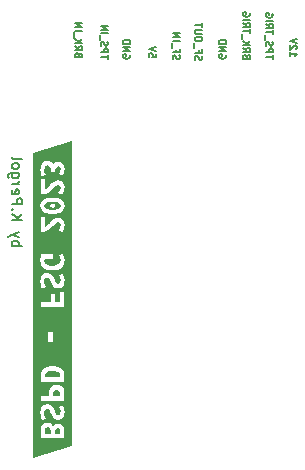
<source format=gbr>
%TF.GenerationSoftware,KiCad,Pcbnew,(6.0.8)*%
%TF.CreationDate,2023-06-01T04:28:43+02:00*%
%TF.ProjectId,BSPD-07,42535044-2d30-4372-9e6b-696361645f70,rev?*%
%TF.SameCoordinates,Original*%
%TF.FileFunction,Legend,Bot*%
%TF.FilePolarity,Positive*%
%FSLAX46Y46*%
G04 Gerber Fmt 4.6, Leading zero omitted, Abs format (unit mm)*
G04 Created by KiCad (PCBNEW (6.0.8)) date 2023-06-01 04:28:43*
%MOMM*%
%LPD*%
G01*
G04 APERTURE LIST*
%ADD10C,0.150000*%
G04 APERTURE END LIST*
D10*
X155107057Y-97305657D02*
X155078485Y-97219942D01*
X155049914Y-97191371D01*
X154992771Y-97162800D01*
X154907057Y-97162800D01*
X154849914Y-97191371D01*
X154821342Y-97219942D01*
X154792771Y-97277085D01*
X154792771Y-97505657D01*
X155392771Y-97505657D01*
X155392771Y-97305657D01*
X155364200Y-97248514D01*
X155335628Y-97219942D01*
X155278485Y-97191371D01*
X155221342Y-97191371D01*
X155164200Y-97219942D01*
X155135628Y-97248514D01*
X155107057Y-97305657D01*
X155107057Y-97505657D01*
X154792771Y-96562800D02*
X155078485Y-96762800D01*
X154792771Y-96905657D02*
X155392771Y-96905657D01*
X155392771Y-96677085D01*
X155364200Y-96619942D01*
X155335628Y-96591371D01*
X155278485Y-96562800D01*
X155192771Y-96562800D01*
X155135628Y-96591371D01*
X155107057Y-96619942D01*
X155078485Y-96677085D01*
X155078485Y-96905657D01*
X154792771Y-96305657D02*
X155392771Y-96305657D01*
X154792771Y-95962800D02*
X155135628Y-96219942D01*
X155392771Y-95962800D02*
X155049914Y-96305657D01*
X154735628Y-95848514D02*
X154735628Y-95391371D01*
X154792771Y-95248514D02*
X155392771Y-95248514D01*
X154792771Y-94962800D02*
X155392771Y-94962800D01*
X154792771Y-94619942D01*
X155392771Y-94619942D01*
X169331057Y-97438942D02*
X169302485Y-97353228D01*
X169273914Y-97324657D01*
X169216771Y-97296085D01*
X169131057Y-97296085D01*
X169073914Y-97324657D01*
X169045342Y-97353228D01*
X169016771Y-97410371D01*
X169016771Y-97638942D01*
X169616771Y-97638942D01*
X169616771Y-97438942D01*
X169588200Y-97381800D01*
X169559628Y-97353228D01*
X169502485Y-97324657D01*
X169445342Y-97324657D01*
X169388200Y-97353228D01*
X169359628Y-97381800D01*
X169331057Y-97438942D01*
X169331057Y-97638942D01*
X169016771Y-96696085D02*
X169302485Y-96896085D01*
X169016771Y-97038942D02*
X169616771Y-97038942D01*
X169616771Y-96810371D01*
X169588200Y-96753228D01*
X169559628Y-96724657D01*
X169502485Y-96696085D01*
X169416771Y-96696085D01*
X169359628Y-96724657D01*
X169331057Y-96753228D01*
X169302485Y-96810371D01*
X169302485Y-97038942D01*
X169016771Y-96438942D02*
X169616771Y-96438942D01*
X169016771Y-96096085D02*
X169359628Y-96353228D01*
X169616771Y-96096085D02*
X169273914Y-96438942D01*
X168959628Y-95981800D02*
X168959628Y-95524657D01*
X169616771Y-95467514D02*
X169616771Y-95124657D01*
X169016771Y-95296085D02*
X169616771Y-95296085D01*
X169016771Y-94581800D02*
X169302485Y-94781800D01*
X169016771Y-94924657D02*
X169616771Y-94924657D01*
X169616771Y-94696085D01*
X169588200Y-94638942D01*
X169559628Y-94610371D01*
X169502485Y-94581800D01*
X169416771Y-94581800D01*
X169359628Y-94610371D01*
X169331057Y-94638942D01*
X169302485Y-94696085D01*
X169302485Y-94924657D01*
X169016771Y-94324657D02*
X169616771Y-94324657D01*
X169588200Y-93724657D02*
X169616771Y-93781800D01*
X169616771Y-93867514D01*
X169588200Y-93953228D01*
X169531057Y-94010371D01*
X169473914Y-94038942D01*
X169359628Y-94067514D01*
X169273914Y-94067514D01*
X169159628Y-94038942D01*
X169102485Y-94010371D01*
X169045342Y-93953228D01*
X169016771Y-93867514D01*
X169016771Y-93810371D01*
X169045342Y-93724657D01*
X169073914Y-93696085D01*
X169273914Y-93696085D01*
X169273914Y-93810371D01*
X149424657Y-113460542D02*
X150324657Y-113460542D01*
X149981800Y-113460542D02*
X150024657Y-113374828D01*
X150024657Y-113203400D01*
X149981800Y-113117685D01*
X149938942Y-113074828D01*
X149853228Y-113031971D01*
X149596085Y-113031971D01*
X149510371Y-113074828D01*
X149467514Y-113117685D01*
X149424657Y-113203400D01*
X149424657Y-113374828D01*
X149467514Y-113460542D01*
X150024657Y-112731971D02*
X149424657Y-112517685D01*
X150024657Y-112303400D02*
X149424657Y-112517685D01*
X149210371Y-112603400D01*
X149167514Y-112646257D01*
X149124657Y-112731971D01*
X149424657Y-111274828D02*
X150324657Y-111274828D01*
X149424657Y-110760542D02*
X149938942Y-111146257D01*
X150324657Y-110760542D02*
X149810371Y-111274828D01*
X149510371Y-110374828D02*
X149467514Y-110331971D01*
X149424657Y-110374828D01*
X149467514Y-110417685D01*
X149510371Y-110374828D01*
X149424657Y-110374828D01*
X149424657Y-109946257D02*
X150324657Y-109946257D01*
X150324657Y-109603400D01*
X150281800Y-109517685D01*
X150238942Y-109474828D01*
X150153228Y-109431971D01*
X150024657Y-109431971D01*
X149938942Y-109474828D01*
X149896085Y-109517685D01*
X149853228Y-109603400D01*
X149853228Y-109946257D01*
X149467514Y-108703400D02*
X149424657Y-108789114D01*
X149424657Y-108960542D01*
X149467514Y-109046257D01*
X149553228Y-109089114D01*
X149896085Y-109089114D01*
X149981800Y-109046257D01*
X150024657Y-108960542D01*
X150024657Y-108789114D01*
X149981800Y-108703400D01*
X149896085Y-108660542D01*
X149810371Y-108660542D01*
X149724657Y-109089114D01*
X149424657Y-108274828D02*
X150024657Y-108274828D01*
X149853228Y-108274828D02*
X149938942Y-108231971D01*
X149981800Y-108189114D01*
X150024657Y-108103400D01*
X150024657Y-108017685D01*
X150024657Y-107331971D02*
X149296085Y-107331971D01*
X149210371Y-107374828D01*
X149167514Y-107417685D01*
X149124657Y-107503400D01*
X149124657Y-107631971D01*
X149167514Y-107717685D01*
X149467514Y-107331971D02*
X149424657Y-107417685D01*
X149424657Y-107589114D01*
X149467514Y-107674828D01*
X149510371Y-107717685D01*
X149596085Y-107760542D01*
X149853228Y-107760542D01*
X149938942Y-107717685D01*
X149981800Y-107674828D01*
X150024657Y-107589114D01*
X150024657Y-107417685D01*
X149981800Y-107331971D01*
X149424657Y-106774828D02*
X149467514Y-106860542D01*
X149510371Y-106903400D01*
X149596085Y-106946257D01*
X149853228Y-106946257D01*
X149938942Y-106903400D01*
X149981800Y-106860542D01*
X150024657Y-106774828D01*
X150024657Y-106646257D01*
X149981800Y-106560542D01*
X149938942Y-106517685D01*
X149853228Y-106474828D01*
X149596085Y-106474828D01*
X149510371Y-106517685D01*
X149467514Y-106560542D01*
X149424657Y-106646257D01*
X149424657Y-106774828D01*
X149424657Y-105960542D02*
X149467514Y-106046257D01*
X149553228Y-106089114D01*
X150324657Y-106089114D01*
X172953771Y-97069228D02*
X172953771Y-97412085D01*
X172953771Y-97240657D02*
X173553771Y-97240657D01*
X173468057Y-97297800D01*
X173410914Y-97354942D01*
X173382342Y-97412085D01*
X173496628Y-96840657D02*
X173525200Y-96812085D01*
X173553771Y-96754942D01*
X173553771Y-96612085D01*
X173525200Y-96554942D01*
X173496628Y-96526371D01*
X173439485Y-96497800D01*
X173382342Y-96497800D01*
X173296628Y-96526371D01*
X172953771Y-96869228D01*
X172953771Y-96497800D01*
X173553771Y-96326371D02*
X172953771Y-96126371D01*
X173553771Y-95926371D01*
X157551771Y-97632657D02*
X157551771Y-97289800D01*
X156951771Y-97461228D02*
X157551771Y-97461228D01*
X156951771Y-97089800D02*
X157551771Y-97089800D01*
X157551771Y-96861228D01*
X157523200Y-96804085D01*
X157494628Y-96775514D01*
X157437485Y-96746942D01*
X157351771Y-96746942D01*
X157294628Y-96775514D01*
X157266057Y-96804085D01*
X157237485Y-96861228D01*
X157237485Y-97089800D01*
X156980342Y-96518371D02*
X156951771Y-96432657D01*
X156951771Y-96289800D01*
X156980342Y-96232657D01*
X157008914Y-96204085D01*
X157066057Y-96175514D01*
X157123200Y-96175514D01*
X157180342Y-96204085D01*
X157208914Y-96232657D01*
X157237485Y-96289800D01*
X157266057Y-96404085D01*
X157294628Y-96461228D01*
X157323200Y-96489800D01*
X157380342Y-96518371D01*
X157437485Y-96518371D01*
X157494628Y-96489800D01*
X157523200Y-96461228D01*
X157551771Y-96404085D01*
X157551771Y-96261228D01*
X157523200Y-96175514D01*
X156894628Y-96061228D02*
X156894628Y-95604085D01*
X156951771Y-95461228D02*
X157551771Y-95461228D01*
X156951771Y-95175514D02*
X157551771Y-95175514D01*
X156951771Y-94832657D01*
X157551771Y-94832657D01*
X164981342Y-97704085D02*
X164952771Y-97618371D01*
X164952771Y-97475514D01*
X164981342Y-97418371D01*
X165009914Y-97389800D01*
X165067057Y-97361228D01*
X165124200Y-97361228D01*
X165181342Y-97389800D01*
X165209914Y-97418371D01*
X165238485Y-97475514D01*
X165267057Y-97589800D01*
X165295628Y-97646942D01*
X165324200Y-97675514D01*
X165381342Y-97704085D01*
X165438485Y-97704085D01*
X165495628Y-97675514D01*
X165524200Y-97646942D01*
X165552771Y-97589800D01*
X165552771Y-97446942D01*
X165524200Y-97361228D01*
X165267057Y-96904085D02*
X165267057Y-97104085D01*
X164952771Y-97104085D02*
X165552771Y-97104085D01*
X165552771Y-96818371D01*
X164895628Y-96732657D02*
X164895628Y-96275514D01*
X165552771Y-96018371D02*
X165552771Y-95904085D01*
X165524200Y-95846942D01*
X165467057Y-95789800D01*
X165352771Y-95761228D01*
X165152771Y-95761228D01*
X165038485Y-95789800D01*
X164981342Y-95846942D01*
X164952771Y-95904085D01*
X164952771Y-96018371D01*
X164981342Y-96075514D01*
X165038485Y-96132657D01*
X165152771Y-96161228D01*
X165352771Y-96161228D01*
X165467057Y-96132657D01*
X165524200Y-96075514D01*
X165552771Y-96018371D01*
X165552771Y-95504085D02*
X165067057Y-95504085D01*
X165009914Y-95475514D01*
X164981342Y-95446942D01*
X164952771Y-95389800D01*
X164952771Y-95275514D01*
X164981342Y-95218371D01*
X165009914Y-95189800D01*
X165067057Y-95161228D01*
X165552771Y-95161228D01*
X165552771Y-94961228D02*
X165552771Y-94618371D01*
X164952771Y-94789800D02*
X165552771Y-94789800D01*
X163076342Y-97685085D02*
X163047771Y-97599371D01*
X163047771Y-97456514D01*
X163076342Y-97399371D01*
X163104914Y-97370800D01*
X163162057Y-97342228D01*
X163219200Y-97342228D01*
X163276342Y-97370800D01*
X163304914Y-97399371D01*
X163333485Y-97456514D01*
X163362057Y-97570800D01*
X163390628Y-97627942D01*
X163419200Y-97656514D01*
X163476342Y-97685085D01*
X163533485Y-97685085D01*
X163590628Y-97656514D01*
X163619200Y-97627942D01*
X163647771Y-97570800D01*
X163647771Y-97427942D01*
X163619200Y-97342228D01*
X163362057Y-96885085D02*
X163362057Y-97085085D01*
X163047771Y-97085085D02*
X163647771Y-97085085D01*
X163647771Y-96799371D01*
X162990628Y-96713657D02*
X162990628Y-96256514D01*
X163047771Y-96113657D02*
X163647771Y-96113657D01*
X163047771Y-95827942D02*
X163647771Y-95827942D01*
X163047771Y-95485085D01*
X163647771Y-95485085D01*
X159428200Y-97281942D02*
X159456771Y-97339085D01*
X159456771Y-97424800D01*
X159428200Y-97510514D01*
X159371057Y-97567657D01*
X159313914Y-97596228D01*
X159199628Y-97624800D01*
X159113914Y-97624800D01*
X158999628Y-97596228D01*
X158942485Y-97567657D01*
X158885342Y-97510514D01*
X158856771Y-97424800D01*
X158856771Y-97367657D01*
X158885342Y-97281942D01*
X158913914Y-97253371D01*
X159113914Y-97253371D01*
X159113914Y-97367657D01*
X158856771Y-96996228D02*
X159456771Y-96996228D01*
X158856771Y-96653371D01*
X159456771Y-96653371D01*
X158856771Y-96367657D02*
X159456771Y-96367657D01*
X159456771Y-96224800D01*
X159428200Y-96139085D01*
X159371057Y-96081942D01*
X159313914Y-96053371D01*
X159199628Y-96024800D01*
X159113914Y-96024800D01*
X158999628Y-96053371D01*
X158942485Y-96081942D01*
X158885342Y-96139085D01*
X158856771Y-96224800D01*
X158856771Y-96367657D01*
X171521771Y-97638942D02*
X171521771Y-97296085D01*
X170921771Y-97467514D02*
X171521771Y-97467514D01*
X170921771Y-97096085D02*
X171521771Y-97096085D01*
X171521771Y-96867514D01*
X171493200Y-96810371D01*
X171464628Y-96781800D01*
X171407485Y-96753228D01*
X171321771Y-96753228D01*
X171264628Y-96781800D01*
X171236057Y-96810371D01*
X171207485Y-96867514D01*
X171207485Y-97096085D01*
X170950342Y-96524657D02*
X170921771Y-96438942D01*
X170921771Y-96296085D01*
X170950342Y-96238942D01*
X170978914Y-96210371D01*
X171036057Y-96181800D01*
X171093200Y-96181800D01*
X171150342Y-96210371D01*
X171178914Y-96238942D01*
X171207485Y-96296085D01*
X171236057Y-96410371D01*
X171264628Y-96467514D01*
X171293200Y-96496085D01*
X171350342Y-96524657D01*
X171407485Y-96524657D01*
X171464628Y-96496085D01*
X171493200Y-96467514D01*
X171521771Y-96410371D01*
X171521771Y-96267514D01*
X171493200Y-96181800D01*
X170864628Y-96067514D02*
X170864628Y-95610371D01*
X171521771Y-95553228D02*
X171521771Y-95210371D01*
X170921771Y-95381800D02*
X171521771Y-95381800D01*
X170921771Y-94667514D02*
X171207485Y-94867514D01*
X170921771Y-95010371D02*
X171521771Y-95010371D01*
X171521771Y-94781800D01*
X171493200Y-94724657D01*
X171464628Y-94696085D01*
X171407485Y-94667514D01*
X171321771Y-94667514D01*
X171264628Y-94696085D01*
X171236057Y-94724657D01*
X171207485Y-94781800D01*
X171207485Y-95010371D01*
X170921771Y-94410371D02*
X171521771Y-94410371D01*
X171493200Y-93810371D02*
X171521771Y-93867514D01*
X171521771Y-93953228D01*
X171493200Y-94038942D01*
X171436057Y-94096085D01*
X171378914Y-94124657D01*
X171264628Y-94153228D01*
X171178914Y-94153228D01*
X171064628Y-94124657D01*
X171007485Y-94096085D01*
X170950342Y-94038942D01*
X170921771Y-93953228D01*
X170921771Y-93896085D01*
X170950342Y-93810371D01*
X170978914Y-93781800D01*
X171178914Y-93781800D01*
X171178914Y-93896085D01*
X161615771Y-97193085D02*
X161615771Y-97478800D01*
X161330057Y-97507371D01*
X161358628Y-97478800D01*
X161387200Y-97421657D01*
X161387200Y-97278800D01*
X161358628Y-97221657D01*
X161330057Y-97193085D01*
X161272914Y-97164514D01*
X161130057Y-97164514D01*
X161072914Y-97193085D01*
X161044342Y-97221657D01*
X161015771Y-97278800D01*
X161015771Y-97421657D01*
X161044342Y-97478800D01*
X161072914Y-97507371D01*
X161615771Y-96993085D02*
X161015771Y-96793085D01*
X161615771Y-96593085D01*
X167556200Y-97281942D02*
X167584771Y-97339085D01*
X167584771Y-97424800D01*
X167556200Y-97510514D01*
X167499057Y-97567657D01*
X167441914Y-97596228D01*
X167327628Y-97624800D01*
X167241914Y-97624800D01*
X167127628Y-97596228D01*
X167070485Y-97567657D01*
X167013342Y-97510514D01*
X166984771Y-97424800D01*
X166984771Y-97367657D01*
X167013342Y-97281942D01*
X167041914Y-97253371D01*
X167241914Y-97253371D01*
X167241914Y-97367657D01*
X166984771Y-96996228D02*
X167584771Y-96996228D01*
X166984771Y-96653371D01*
X167584771Y-96653371D01*
X166984771Y-96367657D02*
X167584771Y-96367657D01*
X167584771Y-96224800D01*
X167556200Y-96139085D01*
X167499057Y-96081942D01*
X167441914Y-96053371D01*
X167327628Y-96024800D01*
X167241914Y-96024800D01*
X167127628Y-96053371D01*
X167070485Y-96081942D01*
X167013342Y-96139085D01*
X166984771Y-96224800D01*
X166984771Y-96367657D01*
%TO.C,kibuzzard-6475F124*%
G36*
X153375497Y-125672453D02*
G01*
X153471938Y-125742700D01*
X153525516Y-125851841D01*
X153543375Y-125991938D01*
X153541788Y-126088775D01*
X153533850Y-126185613D01*
X152898850Y-126185613D01*
X152898850Y-126026863D01*
X152917503Y-125862556D01*
X152973463Y-125744288D01*
X153074666Y-125672850D01*
X153229050Y-125649038D01*
X153375497Y-125672453D01*
G37*
G36*
X152694063Y-128908175D02*
G01*
X152755975Y-129151063D01*
X152755975Y-129360613D01*
X152222575Y-129360613D01*
X152213050Y-129270125D01*
X152209875Y-129173288D01*
X152220988Y-129043113D01*
X152262262Y-128930400D01*
X152347988Y-128849438D01*
X152489275Y-128817688D01*
X152694063Y-128908175D01*
G37*
G36*
X153437013Y-128928813D02*
G01*
X153503688Y-128989138D01*
X153535438Y-129078038D01*
X153543375Y-129182813D01*
X153540200Y-129274888D01*
X153530675Y-129360613D01*
X153079825Y-129360613D01*
X153079825Y-129208213D01*
X153144913Y-128982788D01*
X153324300Y-128906587D01*
X153437013Y-128928813D01*
G37*
G36*
X153127450Y-124074238D02*
G01*
X153340175Y-124140913D01*
X153487813Y-124271088D01*
X153543375Y-124483813D01*
X153541788Y-124540963D01*
X153533850Y-124598113D01*
X152213050Y-124598113D01*
X152209875Y-124563188D01*
X152209875Y-124528263D01*
X152260675Y-124304425D01*
X152400375Y-124158375D01*
X152611513Y-124079000D01*
X152739703Y-124061141D01*
X152879800Y-124055188D01*
X153127450Y-124074238D01*
G37*
G36*
X154566783Y-104592014D02*
G01*
X154566783Y-130412596D01*
X151192817Y-131424786D01*
X151192817Y-129205038D01*
X151870150Y-129205038D01*
X151873722Y-129337594D01*
X151884438Y-129474913D01*
X151902297Y-129613819D01*
X151927300Y-129751138D01*
X153835475Y-129751138D01*
X153868813Y-129506663D01*
X153883100Y-129243138D01*
X153871591Y-129041525D01*
X153837063Y-128881188D01*
X153716413Y-128662113D01*
X153549725Y-128554163D01*
X153365575Y-128525588D01*
X153233813Y-128542653D01*
X153117925Y-128593850D01*
X152946475Y-128776413D01*
X152860750Y-128608534D01*
X152749625Y-128504950D01*
X152622625Y-128451372D01*
X152489275Y-128433513D01*
X152326159Y-128448594D01*
X152192413Y-128493838D01*
X152001913Y-128657350D01*
X151940794Y-128770063D01*
X151900313Y-128901825D01*
X151877691Y-129048272D01*
X151870150Y-129205038D01*
X151192817Y-129205038D01*
X151192817Y-127598488D01*
X151854275Y-127598488D01*
X151867372Y-127818356D01*
X151906663Y-127989013D01*
X152003500Y-128208088D01*
X152321000Y-128093788D01*
X152225750Y-127889000D01*
X152192413Y-127756841D01*
X152181300Y-127598488D01*
X152201938Y-127434975D01*
X152259088Y-127331788D01*
X152341638Y-127279400D01*
X152435300Y-127265113D01*
X152543250Y-127300038D01*
X152627388Y-127388938D01*
X152694063Y-127509587D01*
X152749625Y-127642938D01*
X152822650Y-127827088D01*
X152927425Y-128000125D01*
X153084588Y-128128713D01*
X153317950Y-128179513D01*
X153564013Y-128134666D01*
X153749750Y-128000125D01*
X153836181Y-127865540D01*
X153888039Y-127700969D01*
X153905325Y-127506413D01*
X153895006Y-127336947D01*
X153864050Y-127190500D01*
X153771975Y-126963488D01*
X153470350Y-127077788D01*
X153546550Y-127254000D01*
X153578300Y-127477838D01*
X153553253Y-127650699D01*
X153478111Y-127754415D01*
X153352875Y-127788988D01*
X153252863Y-127757238D01*
X153176663Y-127676275D01*
X153117925Y-127565150D01*
X153070300Y-127442913D01*
X152992513Y-127250825D01*
X152878213Y-127066675D01*
X152700413Y-126928563D01*
X152580159Y-126888081D01*
X152432125Y-126874588D01*
X152187253Y-126919434D01*
X152005088Y-127053975D01*
X151921303Y-127194204D01*
X151871032Y-127375708D01*
X151854275Y-127598488D01*
X151192817Y-127598488D01*
X151192817Y-126576138D01*
X151895550Y-126576138D01*
X153835475Y-126576138D01*
X153857700Y-126447550D01*
X153871988Y-126303088D01*
X153879925Y-126160213D01*
X153883100Y-126036388D01*
X153865990Y-125805318D01*
X153814661Y-125611643D01*
X153729113Y-125455363D01*
X153604758Y-125340710D01*
X153437013Y-125271918D01*
X153225875Y-125248988D01*
X153012621Y-125272094D01*
X152842758Y-125341415D01*
X152716288Y-125456950D01*
X152628975Y-125614818D01*
X152576588Y-125811139D01*
X152559125Y-126045913D01*
X152559125Y-126185613D01*
X151895550Y-126185613D01*
X151895550Y-126576138D01*
X151192817Y-126576138D01*
X151192817Y-124569538D01*
X151870150Y-124569538D01*
X151881263Y-124774325D01*
X151917775Y-124988638D01*
X153835475Y-124988638D01*
X153873575Y-124737813D01*
X153883100Y-124518738D01*
X153868813Y-124333397D01*
X153825950Y-124164725D01*
X153752528Y-124016691D01*
X153646563Y-123893263D01*
X153507656Y-123794441D01*
X153335413Y-123720225D01*
X153127053Y-123673791D01*
X152879800Y-123658313D01*
X152626991Y-123675378D01*
X152414663Y-123726575D01*
X152240434Y-123807934D01*
X152101925Y-123915488D01*
X151997547Y-124047647D01*
X151925713Y-124202825D01*
X151884041Y-124377847D01*
X151870150Y-124569538D01*
X151192817Y-124569538D01*
X151192817Y-121626313D01*
X152517850Y-121626313D01*
X152902025Y-121626313D01*
X152902025Y-120756363D01*
X152517850Y-120756363D01*
X152517850Y-121626313D01*
X151192817Y-121626313D01*
X151192817Y-118610063D01*
X151895550Y-118610063D01*
X153860875Y-118610063D01*
X153860875Y-117406737D01*
X153537025Y-117406737D01*
X153537025Y-118219538D01*
X153060775Y-118219538D01*
X153060775Y-117508337D01*
X152736925Y-117508337D01*
X152736925Y-118219538D01*
X151895550Y-118219538D01*
X151895550Y-118610063D01*
X151192817Y-118610063D01*
X151192817Y-116485988D01*
X151854275Y-116485988D01*
X151867372Y-116705856D01*
X151906663Y-116876513D01*
X152003500Y-117095588D01*
X152321000Y-116981288D01*
X152225750Y-116776500D01*
X152192413Y-116644341D01*
X152181300Y-116485988D01*
X152201938Y-116322475D01*
X152259088Y-116219287D01*
X152341638Y-116166900D01*
X152435300Y-116152613D01*
X152543250Y-116187538D01*
X152627388Y-116276438D01*
X152694063Y-116397088D01*
X152749625Y-116530438D01*
X152822650Y-116714587D01*
X152927425Y-116887625D01*
X153084588Y-117016212D01*
X153317950Y-117067013D01*
X153564013Y-117022166D01*
X153749750Y-116887625D01*
X153836181Y-116753040D01*
X153888039Y-116588469D01*
X153905325Y-116393913D01*
X153895006Y-116224447D01*
X153864050Y-116078000D01*
X153771975Y-115850988D01*
X153470350Y-115965287D01*
X153546550Y-116141500D01*
X153578300Y-116365337D01*
X153553253Y-116538199D01*
X153478111Y-116641915D01*
X153352875Y-116676488D01*
X153252863Y-116644738D01*
X153176663Y-116563775D01*
X153117925Y-116452650D01*
X153070300Y-116330413D01*
X152992513Y-116138325D01*
X152878213Y-115954175D01*
X152700413Y-115816062D01*
X152580159Y-115775581D01*
X152432125Y-115762087D01*
X152187253Y-115806934D01*
X152005088Y-115941475D01*
X151921303Y-116081704D01*
X151871032Y-116263208D01*
X151854275Y-116485988D01*
X151192817Y-116485988D01*
X151192817Y-114746088D01*
X151854275Y-114746088D01*
X151870547Y-114921109D01*
X151919363Y-115077875D01*
X152000325Y-115214797D01*
X152113038Y-115330287D01*
X152257500Y-115423156D01*
X152433713Y-115492213D01*
X152641278Y-115535075D01*
X152879800Y-115549363D01*
X153115941Y-115532694D01*
X153322713Y-115482687D01*
X153499322Y-115404106D01*
X153644975Y-115301713D01*
X153758878Y-115177094D01*
X153840238Y-115031837D01*
X153889053Y-114870706D01*
X153905325Y-114698463D01*
X153887863Y-114493675D01*
X153848175Y-114336512D01*
X153800550Y-114226975D01*
X153762450Y-114161888D01*
X153451300Y-114263488D01*
X153530675Y-114434937D01*
X153565600Y-114644488D01*
X153514800Y-114879437D01*
X153373513Y-115036600D01*
X153157613Y-115125500D01*
X153025453Y-115145741D01*
X152879800Y-115152488D01*
X152665488Y-115140140D01*
X152492450Y-115103099D01*
X152360687Y-115041363D01*
X152235672Y-114904044D01*
X152194000Y-114714338D01*
X152197175Y-114638137D01*
X152206700Y-114561938D01*
X152924250Y-114561938D01*
X152924250Y-114171413D01*
X151943175Y-114171413D01*
X151886025Y-114388900D01*
X151862212Y-114552016D01*
X151854275Y-114746088D01*
X151192817Y-114746088D01*
X151192817Y-112275937D01*
X151895550Y-112275937D01*
X151974925Y-112283875D01*
X152041600Y-112282288D01*
X152194000Y-112267603D01*
X152333700Y-112223550D01*
X152461891Y-112156875D01*
X152579763Y-112074325D01*
X152688506Y-111980663D01*
X152789313Y-111880650D01*
X152884166Y-111780638D01*
X152975050Y-111686975D01*
X153146500Y-111537750D01*
X153314775Y-111479013D01*
X153500513Y-111552037D01*
X153565600Y-111736187D01*
X153521150Y-111929862D01*
X153371925Y-112129887D01*
X153644975Y-112323562D01*
X153760863Y-112186641D01*
X153841825Y-112029875D01*
X153889450Y-111863584D01*
X153905325Y-111698088D01*
X153870400Y-111466312D01*
X153765625Y-111269462D01*
X153589413Y-111132937D01*
X153343350Y-111082138D01*
X153148088Y-111120238D01*
X152965525Y-111221837D01*
X152794075Y-111364713D01*
X152635325Y-111526637D01*
X152544838Y-111621887D01*
X152436888Y-111723487D01*
X152324175Y-111804450D01*
X152219400Y-111837787D01*
X152219400Y-110993238D01*
X151895550Y-110993238D01*
X151895550Y-112275937D01*
X151192817Y-112275937D01*
X151192817Y-110078838D01*
X151854275Y-110078838D01*
X151882497Y-110283449D01*
X151967164Y-110452782D01*
X152108275Y-110586838D01*
X152251944Y-110663236D01*
X152428950Y-110717806D01*
X152639294Y-110750548D01*
X152882975Y-110761462D01*
X153123878Y-110750350D01*
X153332238Y-110717013D01*
X153508053Y-110661450D01*
X153651325Y-110583663D01*
X153792436Y-110448549D01*
X153877103Y-110280274D01*
X153905325Y-110078838D01*
X153877279Y-109874226D01*
X153793142Y-109704893D01*
X153652913Y-109570837D01*
X153510137Y-109494439D01*
X153334222Y-109439869D01*
X153125168Y-109407127D01*
X152882975Y-109396212D01*
X152639294Y-109407127D01*
X152428950Y-109439869D01*
X152251944Y-109494439D01*
X152108275Y-109570837D01*
X151967164Y-109704893D01*
X151882497Y-109874226D01*
X151854275Y-110078838D01*
X151192817Y-110078838D01*
X151192817Y-109100937D01*
X151895550Y-109100937D01*
X151974925Y-109108875D01*
X152041600Y-109107288D01*
X152194000Y-109092603D01*
X152333700Y-109048550D01*
X152461891Y-108981875D01*
X152579763Y-108899325D01*
X152688506Y-108805662D01*
X152789313Y-108705650D01*
X152884166Y-108605637D01*
X152975050Y-108511975D01*
X153146500Y-108362750D01*
X153314775Y-108304012D01*
X153500513Y-108377037D01*
X153565600Y-108561187D01*
X153521150Y-108754862D01*
X153371925Y-108954887D01*
X153644975Y-109148562D01*
X153760863Y-109011641D01*
X153841825Y-108854875D01*
X153889450Y-108688584D01*
X153905325Y-108523087D01*
X153870400Y-108291312D01*
X153765625Y-108094462D01*
X153589413Y-107957937D01*
X153343350Y-107907138D01*
X153148088Y-107945238D01*
X152965525Y-108046837D01*
X152794075Y-108189712D01*
X152635325Y-108351637D01*
X152544838Y-108446887D01*
X152436888Y-108548487D01*
X152324175Y-108629450D01*
X152219400Y-108662787D01*
X152219400Y-107818237D01*
X151895550Y-107818237D01*
X151895550Y-109100937D01*
X151192817Y-109100937D01*
X151192817Y-107021312D01*
X151854275Y-107021312D01*
X151865388Y-107175300D01*
X151892375Y-107330875D01*
X151927300Y-107468987D01*
X151962225Y-107567412D01*
X152289250Y-107491212D01*
X152222575Y-107302300D01*
X152196381Y-107174903D01*
X152187650Y-107024488D01*
X152209081Y-106854228D01*
X152273375Y-106743500D01*
X152486100Y-106662537D01*
X152618259Y-106693494D01*
X152703588Y-106786362D01*
X152750022Y-106926856D01*
X152765500Y-107100687D01*
X152765500Y-107221337D01*
X153089350Y-107221337D01*
X153089350Y-107075287D01*
X153102050Y-106954637D01*
X153143325Y-106846688D01*
X153219525Y-106768900D01*
X153340175Y-106738738D01*
X153510038Y-106803825D01*
X153571950Y-106983212D01*
X153535438Y-107203875D01*
X153444950Y-107392787D01*
X153730700Y-107532488D01*
X153846588Y-107305475D01*
X153890641Y-107155059D01*
X153905325Y-106986387D01*
X153895006Y-106832003D01*
X153864050Y-106699050D01*
X153748163Y-106497437D01*
X153571950Y-106379962D01*
X153352875Y-106341863D01*
X153127450Y-106408537D01*
X152962350Y-106586337D01*
X152883769Y-106451003D01*
X152775025Y-106349800D01*
X152639294Y-106286697D01*
X152479750Y-106265662D01*
X152228925Y-106310112D01*
X152030488Y-106446638D01*
X151955875Y-106551413D01*
X151900313Y-106681587D01*
X151865784Y-106837956D01*
X151854275Y-107021312D01*
X151192817Y-107021312D01*
X151192817Y-105604204D01*
X154566783Y-104592014D01*
G37*
G36*
X152367038Y-109832775D02*
G01*
X152502681Y-109786032D01*
X152674660Y-109757986D01*
X152882975Y-109748637D01*
X153089526Y-109757986D01*
X153260447Y-109786032D01*
X153395738Y-109832775D01*
X153527897Y-109936359D01*
X153571950Y-110078838D01*
X153527897Y-110219331D01*
X153395738Y-110323313D01*
X153260447Y-110370938D01*
X153089526Y-110399513D01*
X152882975Y-110409038D01*
X152674660Y-110399513D01*
X152502681Y-110370938D01*
X152367038Y-110323313D01*
X152234878Y-110219331D01*
X152190825Y-110078838D01*
X152191807Y-110075662D01*
X152705175Y-110075662D01*
X152767088Y-110205838D01*
X152914725Y-110253462D01*
X153063950Y-110205838D01*
X153127450Y-110075662D01*
X153063950Y-109950250D01*
X152914725Y-109901038D01*
X152767088Y-109950250D01*
X152705175Y-110075662D01*
X152191807Y-110075662D01*
X152234878Y-109936359D01*
X152367038Y-109832775D01*
G37*
%TD*%
M02*

</source>
